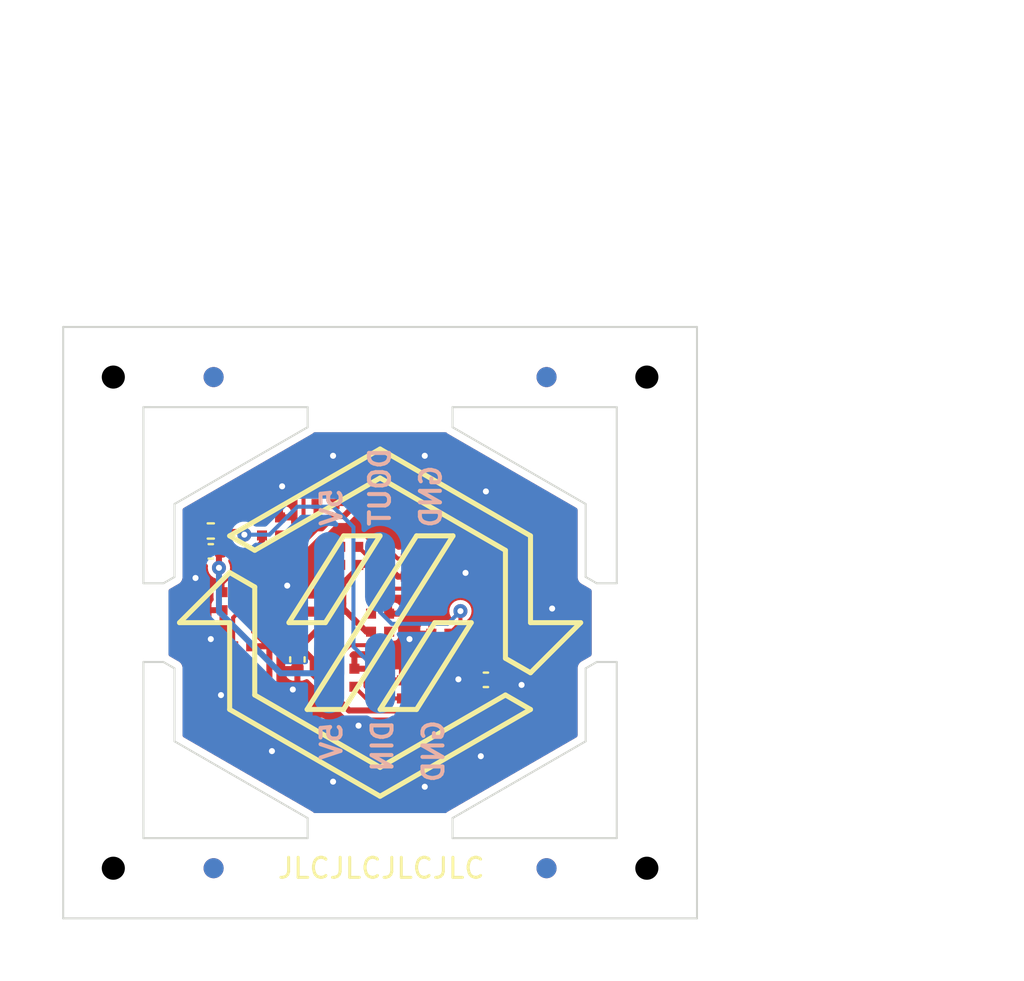
<source format=kicad_pcb>
(kicad_pcb (version 20240108) (generator "pcbnew") (generator_version "8.0")
  (title_block (title "SC Barf") (date "2024-10-02") (rev "0") (company "N3MI"))
  (layers (0 "F.Cu" signal) (31 "B.Cu" signal) (34 "B.Paste" user) (35 "F.Paste" user) (36 "B.SilkS" user "B.Silkscreen") (37 "F.SilkS" user "F.Silkscreen") (38 "B.Mask" user) (39 "F.Mask" user) (44 "Edge.Cuts" user))
  (net 0 "")
  (net 1 "Board_0-+5V")
  (net 2 "Board_0-DIN")
  (net 3 "Board_0-DOUT")
  (net 4 "Board_0-GND")
  (net 5 "Board_0-Net-(D1-DIN)")
  (net 6 "Board_0-Net-(D1-DOUT)")
  (net 7 "Board_0-Net-(D10-DIN)")
  (net 8 "Board_0-Net-(D10-DOUT)")
  (net 9 "Board_0-Net-(D11-DOUT)")
  (net 10 "Board_0-Net-(D12-DOUT)")
  (net 11 "Board_0-Net-(D13-DOUT)")
  (net 12 "Board_0-Net-(D14-DOUT)")
  (net 13 "Board_0-Net-(D15-DOUT)")
  (net 14 "Board_0-Net-(D16-DOUT)")
  (net 15 "Board_0-Net-(D17-DOUT)")
  (net 16 "Board_0-Net-(D18-DOUT)")
  (net 17 "Board_0-Net-(D19-DOUT)")
  (net 18 "Board_0-Net-(D2-DOUT)")
  (net 19 "Board_0-Net-(D20-DOUT)")
  (net 20 "Board_0-Net-(D3-DOUT)")
  (net 21 "Board_0-Net-(D4-DOUT)")
  (net 22 "Board_0-Net-(D5-DOUT)")
  (net 23 "Board_0-Net-(D6-DOUT)")
  (net 24 "Board_0-Net-(D7-DOUT)")
  (net 25 "Board_0-Net-(D8-DOUT)")
  (footprint "SK6805-EC15:SK6805-EC15" (layer "F.Cu") (at 154.46875 30.257493 -90)
    (property "Reference" "D5" (hide yes))
    (property "Value" "SK6805-EC15")
    (pad "1" smd rect (at -0.45 0.45) (size 0.5 0.5) (layers "F.Cu" "F.Paste" "F.Mask") (net 21 "Board_0-Net-(D4-DOUT)"))
    (pad "2" smd rect (at 0.45 0.45) (size 0.5 0.5) (layers "F.Cu" "F.Paste" "F.Mask") (net 1 "Board_0-+5V"))
    (pad "3" smd rect (at 0.45 -0.45) (size 0.5 0.5) (layers "F.Cu" "F.Paste" "F.Mask") (net 22 "Board_0-Net-(D5-DOUT)"))
    (pad "4" smd rect (at -0.45 -0.45) (size 0.5 0.5) (layers "F.Cu" "F.Paste" "F.Mask") (net 4 "Board_0-GND"))
  )
  (footprint "Capacitor_SMD:C_0402_1005Metric" (layer "F.Cu") (at 140.06 31.194)
    (property "Reference" "C1" (hide yes))
    (property "Value" "100nF")
    (fp_line (start -0.107836 -0.36) (end 0.107836 -0.36) (stroke (width 0.12)) (layer "F.SilkS"))
    (fp_line (start -0.107836 0.36) (end 0.107836 0.36) (stroke (width 0.12)) (layer "F.SilkS"))
    (pad "1" smd roundrect (at -0.48 0) (size 0.56 0.62) (layers "F.Cu" "F.Paste" "F.Mask") (net 4 "Board_0-GND"))
    (pad "2" smd roundrect (at 0.48 0) (size 0.56 0.62) (layers "F.Cu" "F.Paste" "F.Mask") (net 1 "Board_0-+5V"))
  )
  (footprint "NPTH" (layer "F.Cu") (at 161.8 47)
    (property "Reference" "KiKit_TO_4" (hide yes))
    (property "Value" "NPTH" (hide yes))
    (pad "" np_thru_hole circle (at 0 0) (size 1.152 1.152) (drill 1.152) (layers "*.Mask"))
  )
  (footprint "SK6805-EC15:SK6805-EC15" (layer "F.Cu") (at 145.375 40.884347 90)
    (property "Reference" "D11" (hide yes))
    (property "Value" "SK6805-EC15")
    (pad "1" smd rect (at -0.45 0.45 180) (size 0.5 0.5) (layers "F.Cu" "F.Paste" "F.Mask") (net 8 "Board_0-Net-(D10-DOUT)"))
    (pad "2" smd rect (at 0.45 0.45 180) (size 0.5 0.5) (layers "F.Cu" "F.Paste" "F.Mask") (net 1 "Board_0-+5V"))
    (pad "3" smd rect (at 0.45 -0.45 180) (size 0.5 0.5) (layers "F.Cu" "F.Paste" "F.Mask") (net 9 "Board_0-Net-(D11-DOUT)"))
    (pad "4" smd rect (at -0.45 -0.45 180) (size 0.5 0.5) (layers "F.Cu" "F.Paste" "F.Mask") (net 4 "Board_0-GND"))
  )
  (footprint "SK6805-EC15:SK6805-EC15" (layer "F.Cu") (at 141.09375 33.680422 90)
    (property "Reference" "D14" (hide yes))
    (property "Value" "SK6805-EC15")
    (pad "1" smd rect (at -0.45 0.45 180) (size 0.5 0.5) (layers "F.Cu" "F.Paste" "F.Mask") (net 11 "Board_0-Net-(D13-DOUT)"))
    (pad "2" smd rect (at 0.45 0.45 180) (size 0.5 0.5) (layers "F.Cu" "F.Paste" "F.Mask") (net 1 "Board_0-+5V"))
    (pad "3" smd rect (at 0.45 -0.45 180) (size 0.5 0.5) (layers "F.Cu" "F.Paste" "F.Mask") (net 12 "Board_0-Net-(D14-DOUT)"))
    (pad "4" smd rect (at -0.45 -0.45 180) (size 0.5 0.5) (layers "F.Cu" "F.Paste" "F.Mask") (net 4 "Board_0-GND"))
  )
  (footprint "Capacitor_SMD:C_0402_1005Metric" (layer "F.Cu") (at 144.378 36.586 90)
    (property "Reference" "C3" (hide yes))
    (property "Value" "100nF")
    (fp_line (start -0.107836 -0.36) (end 0.107836 -0.36) (stroke (width 0.12)) (layer "F.SilkS"))
    (fp_line (start -0.107836 0.36) (end 0.107836 0.36) (stroke (width 0.12)) (layer "F.SilkS"))
    (pad "1" smd roundrect (at -0.48 0 90) (size 0.56 0.62) (layers "F.Cu" "F.Paste" "F.Mask") (net 4 "Board_0-GND"))
    (pad "2" smd roundrect (at 0.48 0 90) (size 0.56 0.62) (layers "F.Cu" "F.Paste" "F.Mask") (net 1 "Board_0-+5V"))
  )
  (footprint "NPTH" (layer "F.Cu") (at 161.8 22.5)
    (property "Reference" "KiKit_TO_2" (hide yes))
    (property "Value" "NPTH" (hide yes))
    (pad "" np_thru_hole circle (at 0 0) (size 1.152 1.152) (drill 1.152) (layers "*.Mask"))
  )
  (footprint "SK6805-EC15:SK6805-EC15" (layer "F.Cu") (at 148.5 26.811434 -90)
    (property "Reference" "D3" (hide yes))
    (property "Value" "SK6805-EC15")
    (pad "1" smd rect (at -0.45 0.45) (size 0.5 0.5) (layers "F.Cu" "F.Paste" "F.Mask") (net 18 "Board_0-Net-(D2-DOUT)"))
    (pad "2" smd rect (at 0.45 0.45) (size 0.5 0.5) (layers "F.Cu" "F.Paste" "F.Mask") (net 1 "Board_0-+5V"))
    (pad "3" smd rect (at 0.45 -0.45) (size 0.5 0.5) (layers "F.Cu" "F.Paste" "F.Mask") (net 20 "Board_0-Net-(D3-DOUT)"))
    (pad "4" smd rect (at -0.45 -0.45) (size 0.5 0.5) (layers "F.Cu" "F.Paste" "F.Mask") (net 4 "Board_0-GND"))
  )
  (footprint "SK6805-EC15:SK6805-EC15" (layer "F.Cu") (at 155.375 33.119726 -90)
    (property "Reference" "D6" (hide yes))
    (property "Value" "SK6805-EC15")
    (pad "1" smd rect (at -0.45 0.45) (size 0.5 0.5) (layers "F.Cu" "F.Paste" "F.Mask") (net 22 "Board_0-Net-(D5-DOUT)"))
    (pad "2" smd rect (at 0.45 0.45) (size 0.5 0.5) (layers "F.Cu" "F.Paste" "F.Mask") (net 1 "Board_0-+5V"))
    (pad "3" smd rect (at 0.45 -0.45) (size 0.5 0.5) (layers "F.Cu" "F.Paste" "F.Mask") (net 23 "Board_0-Net-(D6-DOUT)"))
    (pad "4" smd rect (at -0.45 -0.45) (size 0.5 0.5) (layers "F.Cu" "F.Paste" "F.Mask") (net 4 "Board_0-GND"))
  )
  (footprint "SK6805-EC15:SK6805-EC15" (layer "F.Cu") (at 151.506527 35.75)
    (property "Reference" "D21" (hide yes))
    (property "Value" "SK6805-EC15")
    (pad "1" smd rect (at -0.45 0.45 90) (size 0.5 0.5) (layers "F.Cu" "F.Paste" "F.Mask") (net 19 "Board_0-Net-(D20-DOUT)"))
    (pad "2" smd rect (at 0.45 0.45 90) (size 0.5 0.5) (layers "F.Cu" "F.Paste" "F.Mask") (net 1 "Board_0-+5V"))
    (pad "3" smd rect (at 0.45 -0.45 90) (size 0.5 0.5) (layers "F.Cu" "F.Paste" "F.Mask") (net 3 "Board_0-DOUT"))
    (pad "4" smd rect (at -0.45 -0.45 90) (size 0.5 0.5) (layers "F.Cu" "F.Paste" "F.Mask") (net 4 "Board_0-GND"))
  )
  (footprint "SK6805-EC15:SK6805-EC15" (layer "F.Cu") (at 150.038928 38.080127)
    (property "Reference" "D20" (hide yes))
    (property "Value" "SK6805-EC15")
    (pad "1" smd rect (at -0.45 0.45 90) (size 0.5 0.5) (layers "F.Cu" "F.Paste" "F.Mask") (net 17 "Board_0-Net-(D19-DOUT)"))
    (pad "2" smd rect (at 0.45 0.45 90) (size 0.5 0.5) (layers "F.Cu" "F.Paste" "F.Mask") (net 1 "Board_0-+5V"))
    (pad "3" smd rect (at 0.45 -0.45 90) (size 0.5 0.5) (layers "F.Cu" "F.Paste" "F.Mask") (net 19 "Board_0-Net-(D20-DOUT)"))
    (pad "4" smd rect (at -0.45 -0.45 90) (size 0.5 0.5) (layers "F.Cu" "F.Paste" "F.Mask") (net 4 "Board_0-GND"))
  )
  (footprint "Fiducial" (layer "F.Cu") (at 156.8 22.5)
    (property "Reference" "KiKit_FID_T_2" (hide yes))
    (property "Value" "Fiducial" (hide yes))
    (pad "" smd circle (at 0 0) (size 1 1) (layers "F.Cu" "F.Mask") (clearance 0.5))
  )
  (footprint "NPTH" (layer "F.Cu") (at 135.2 22.5)
    (property "Reference" "KiKit_TO_1" (hide yes))
    (property "Value" "NPTH" (hide yes))
    (pad "" np_thru_hole circle (at 0 0) (size 1.152 1.152) (drill 1.152) (layers "*.Mask"))
  )
  (footprint "SK6805-EC15:SK6805-EC15" (layer "F.Cu") (at 145.78125 28.381105 -90)
    (property "Reference" "D2" (hide yes))
    (property "Value" "SK6805-EC15")
    (pad "1" smd rect (at -0.45 0.45) (size 0.5 0.5) (layers "F.Cu" "F.Paste" "F.Mask") (net 6 "Board_0-Net-(D1-DOUT)"))
    (pad "2" smd rect (at 0.45 0.45) (size 0.5 0.5) (layers "F.Cu" "F.Paste" "F.Mask") (net 1 "Board_0-+5V"))
    (pad "3" smd rect (at 0.45 -0.45) (size 0.5 0.5) (layers "F.Cu" "F.Paste" "F.Mask") (net 18 "Board_0-Net-(D2-DOUT)"))
    (pad "4" smd rect (at -0.45 -0.45) (size 0.5 0.5) (layers "F.Cu" "F.Paste" "F.Mask") (net 4 "Board_0-GND"))
  )
  (footprint "SK6805-EC15:SK6805-EC15" (layer "F.Cu") (at 143.0625 29.950776 -90)
    (property "Reference" "D1" (hide yes))
    (property "Value" "SK6805-EC15")
    (pad "1" smd rect (at -0.45 0.45) (size 0.5 0.5) (layers "F.Cu" "F.Paste" "F.Mask") (net 5 "Board_0-Net-(D1-DIN)"))
    (pad "2" smd rect (at 0.45 0.45) (size 0.5 0.5) (layers "F.Cu" "F.Paste" "F.Mask") (net 1 "Board_0-+5V"))
    (pad "3" smd rect (at 0.45 -0.45) (size 0.5 0.5) (layers "F.Cu" "F.Paste" "F.Mask") (net 6 "Board_0-Net-(D1-DOUT)"))
    (pad "4" smd rect (at -0.45 -0.45) (size 0.5 0.5) (layers "F.Cu" "F.Paste" "F.Mask") (net 4 "Board_0-GND"))
  )
  (footprint "SK6805-EC15:SK6805-EC15" (layer "F.Cu") (at 153.9375 39.549224 90)
    (property "Reference" "D8" (hide yes))
    (property "Value" "SK6805-EC15")
    (pad "1" smd rect (at -0.45 0.45 180) (size 0.5 0.5) (layers "F.Cu" "F.Paste" "F.Mask") (net 24 "Board_0-Net-(D7-DOUT)"))
    (pad "2" smd rect (at 0.45 0.45 180) (size 0.5 0.5) (layers "F.Cu" "F.Paste" "F.Mask") (net 1 "Board_0-+5V"))
    (pad "3" smd rect (at 0.45 -0.45 180) (size 0.5 0.5) (layers "F.Cu" "F.Paste" "F.Mask") (net 25 "Board_0-Net-(D8-DOUT)"))
    (pad "4" smd rect (at -0.45 -0.45 180) (size 0.5 0.5) (layers "F.Cu" "F.Paste" "F.Mask") (net 4 "Board_0-GND"))
  )
  (footprint "SK6805-EC15:SK6805-EC15" (layer "F.Cu") (at 151.625 28.615653 -90)
    (property "Reference" "D4" (hide yes))
    (property "Value" "SK6805-EC15")
    (pad "1" smd rect (at -0.45 0.45) (size 0.5 0.5) (layers "F.Cu" "F.Paste" "F.Mask") (net 20 "Board_0-Net-(D3-DOUT)"))
    (pad "2" smd rect (at 0.45 0.45) (size 0.5 0.5) (layers "F.Cu" "F.Paste" "F.Mask") (net 1 "Board_0-+5V"))
    (pad "3" smd rect (at 0.45 -0.45) (size 0.5 0.5) (layers "F.Cu" "F.Paste" "F.Mask") (net 21 "Board_0-Net-(D4-DOUT)"))
    (pad "4" smd rect (at -0.45 -0.45) (size 0.5 0.5) (layers "F.Cu" "F.Paste" "F.Mask") (net 4 "Board_0-GND"))
  )
  (footprint "SK6805-EC15:SK6805-EC15" (layer "F.Cu") (at 145.493473 33.75)
    (property "Reference" "D15" (hide yes))
    (property "Value" "SK6805-EC15")
    (pad "1" smd rect (at -0.45 0.45 90) (size 0.5 0.5) (layers "F.Cu" "F.Paste" "F.Mask") (net 12 "Board_0-Net-(D14-DOUT)"))
    (pad "2" smd rect (at 0.45 0.45 90) (size 0.5 0.5) (layers "F.Cu" "F.Paste" "F.Mask") (net 1 "Board_0-+5V"))
    (pad "3" smd rect (at 0.45 -0.45 90) (size 0.5 0.5) (layers "F.Cu" "F.Paste" "F.Mask") (net 13 "Board_0-Net-(D15-DOUT)"))
    (pad "4" smd rect (at -0.45 -0.45 90) (size 0.5 0.5) (layers "F.Cu" "F.Paste" "F.Mask") (net 4 "Board_0-GND"))
  )
  (footprint "SK6805-EC15:SK6805-EC15" (layer "F.Cu") (at 141.625 36.380274 90)
    (property "Reference" "D13" (hide yes))
    (property "Value" "SK6805-EC15")
    (pad "1" smd rect (at -0.45 0.45 180) (size 0.5 0.5) (layers "F.Cu" "F.Paste" "F.Mask") (net 10 "Board_0-Net-(D12-DOUT)"))
    (pad "2" smd rect (at 0.45 0.45 180) (size 0.5 0.5) (layers "F.Cu" "F.Paste" "F.Mask") (net 1 "Board_0-+5V"))
    (pad "3" smd rect (at 0.45 -0.45 180) (size 0.5 0.5) (layers "F.Cu" "F.Paste" "F.Mask") (net 11 "Board_0-Net-(D13-DOUT)"))
    (pad "4" smd rect (at -0.45 -0.45 180) (size 0.5 0.5) (layers "F.Cu" "F.Paste" "F.Mask") (net 4 "Board_0-GND"))
  )
  (footprint "Capacitor_SMD:C_0402_1005Metric" (layer "F.Cu") (at 153.776 37.602)
    (property "Reference" "C2" (hide yes))
    (property "Value" "100nF")
    (fp_line (start -0.107836 -0.36) (end 0.107836 -0.36) (stroke (width 0.12)) (layer "F.SilkS"))
    (fp_line (start -0.107836 0.36) (end 0.107836 0.36) (stroke (width 0.12)) (layer "F.SilkS"))
    (pad "1" smd roundrect (at -0.48 0) (size 0.56 0.62) (layers "F.Cu" "F.Paste" "F.Mask") (net 4 "Board_0-GND"))
    (pad "2" smd roundrect (at 0.48 0) (size 0.56 0.62) (layers "F.Cu" "F.Paste" "F.Mask") (net 1 "Board_0-+5V"))
  )
  (footprint "SK6805-EC15:SK6805-EC15" (layer "F.Cu") (at 146.961072 31.419873)
    (property "Reference" "D16" (hide yes))
    (property "Value" "SK6805-EC15")
    (pad "1" smd rect (at -0.45 0.45 90) (size 0.5 0.5) (layers "F.Cu" "F.Paste" "F.Mask") (net 13 "Board_0-Net-(D15-DOUT)"))
    (pad "2" smd rect (at 0.45 0.45 90) (size 0.5 0.5) (layers "F.Cu" "F.Paste" "F.Mask") (net 1 "Board_0-+5V"))
    (pad "3" smd rect (at 0.45 -0.45 90) (size 0.5 0.5) (layers "F.Cu" "F.Paste" "F.Mask") (net 14 "Board_0-Net-(D16-DOUT)"))
    (pad "4" smd rect (at -0.45 -0.45 90) (size 0.5 0.5) (layers "F.Cu" "F.Paste" "F.Mask") (net 4 "Board_0-GND"))
  )
  (footprint "Fiducial" (layer "F.Cu") (at 140.2 22.5)
    (property "Reference" "KiKit_FID_T_1" (hide yes))
    (property "Value" "Fiducial" (hide yes))
    (pad "" smd circle (at 0 0) (size 1 1) (layers "F.Cu" "F.Mask") (clearance 0.5))
  )
  (footprint "SK6805-EC15:SK6805-EC15" (layer "F.Cu") (at 142.53125 39.242507 90)
    (property "Reference" "D12" (hide yes))
    (property "Value" "SK6805-EC15")
    (pad "1" smd rect (at -0.45 0.45 180) (size 0.5 0.5) (layers "F.Cu" "F.Paste" "F.Mask") (net 9 "Board_0-Net-(D11-DOUT)"))
    (pad "2" smd rect (at 0.45 0.45 180) (size 0.5 0.5) (layers "F.Cu" "F.Paste" "F.Mask") (net 1 "Board_0-+5V"))
    (pad "3" smd rect (at 0.45 -0.45 180) (size 0.5 0.5) (layers "F.Cu" "F.Paste" "F.Mask") (net 10 "Board_0-Net-(D12-DOUT)"))
    (pad "4" smd rect (at -0.45 -0.45 180) (size 0.5 0.5) (layers "F.Cu" "F.Paste" "F.Mask") (net 4 "Board_0-GND"))
  )
  (footprint "SK6805-EC15:SK6805-EC15" (layer "F.Cu") (at 155.90625 35.819578 -90)
    (property "Reference" "D7" (hide yes))
    (property "Value" "SK6805-EC15")
    (pad "1" smd rect (at -0.45 0.45) (size 0.5 0.5) (layers "F.Cu" "F.Paste" "F.Mask") (net 23 "Board_0-Net-(D6-DOUT)"))
    (pad "2" smd rect (at 0.45 0.45) (size 0.5 0.5) (layers "F.Cu" "F.Paste" "F.Mask") (net 1 "Board_0-+5V"))
    (pad "3" smd rect (at 0.45 -0.45) (size 0.5 0.5) (layers "F.Cu" "F.Paste" "F.Mask") (net 24 "Board_0-Net-(D7-DOUT)"))
    (pad "4" smd rect (at -0.45 -0.45) (size 0.5 0.5) (layers "F.Cu" "F.Paste" "F.Mask") (net 4 "Board_0-GND"))
  )
  (footprint "SK6805-EC15:SK6805-EC15" (layer "F.Cu") (at 148.5 34.75 -90)
    (property "Reference" "D18" (hide yes))
    (property "Value" "SK6805-EC15")
    (pad "1" smd rect (at -0.45 0.45) (size 0.5 0.5) (layers "F.Cu" "F.Paste" "F.Mask") (net 15 "Board_0-Net-(D17-DOUT)"))
    (pad "2" smd rect (at 0.45 0.45) (size 0.5 0.5) (layers "F.Cu" "F.Paste" "F.Mask") (net 1 "Board_0-+5V"))
    (pad "3" smd rect (at 0.45 -0.45) (size 0.5 0.5) (layers "F.Cu" "F.Paste" "F.Mask") (net 16 "Board_0-Net-(D18-DOUT)"))
    (pad "4" smd rect (at -0.45 -0.45) (size 0.5 0.5) (layers "F.Cu" "F.Paste" "F.Mask") (net 4 "Board_0-GND"))
  )
  (footprint "Fiducial" (layer "F.Cu") (at 156.8 47)
    (property "Reference" "KiKit_FID_T_4" (hide yes))
    (property "Value" "Fiducial" (hide yes))
    (pad "" smd circle (at 0 0) (size 1 1) (layers "F.Cu" "F.Mask") (clearance 0.5))
  )
  (footprint "Fiducial" (layer "F.Cu") (at 140.2 47)
    (property "Reference" "KiKit_FID_T_3" (hide yes))
    (property "Value" "Fiducial" (hide yes))
    (pad "" smd circle (at 0 0) (size 1 1) (layers "F.Cu" "F.Mask") (clearance 0.5))
  )
  (footprint "NPTH" (layer "F.Cu") (at 135.2 47)
    (property "Reference" "KiKit_TO_3" (hide yes))
    (property "Value" "NPTH" (hide yes))
    (pad "" np_thru_hole circle (at 0 0) (size 1.152 1.152) (drill 1.152) (layers "*.Mask"))
  )
  (footprint "SK6805-EC15:SK6805-EC15" (layer "F.Cu") (at 151.21875 41.118895 90)
    (property "Reference" "D9" (hide yes))
    (property "Value" "SK6805-EC15")
    (pad "1" smd rect (at -0.45 0.45 180) (size 0.5 0.5) (layers "F.Cu" "F.Paste" "F.Mask") (net 25 "Board_0-Net-(D8-DOUT)"))
    (pad "2" smd rect (at 0.45 0.45 180) (size 0.5 0.5) (layers "F.Cu" "F.Paste" "F.Mask") (net 1 "Board_0-+5V"))
    (pad "3" smd rect (at 0.45 -0.45 180) (size 0.5 0.5) (layers "F.Cu" "F.Paste" "F.Mask") (net 7 "Board_0-Net-(D10-DIN)"))
    (pad "4" smd rect (at -0.45 -0.45 180) (size 0.5 0.5) (layers "F.Cu" "F.Paste" "F.Mask") (net 4 "Board_0-GND"))
  )
  (footprint "SK6805-EC15:SK6805-EC15" (layer "F.Cu") (at 150.230536 32.002405 -90)
    (property "Reference" "D17" (hide yes))
    (property "Value" "SK6805-EC15")
    (pad "1" smd rect (at -0.45 0.45) (size 0.5 0.5) (layers "F.Cu" "F.Paste" "F.Mask") (net 14 "Board_0-Net-(D16-DOUT)"))
    (pad "2" smd rect (at 0.45 0.45) (size 0.5 0.5) (layers "F.Cu" "F.Paste" "F.Mask") (net 1 "Board_0-+5V"))
    (pad "3" smd rect (at 0.45 -0.45) (size 0.5 0.5) (layers "F.Cu" "F.Paste" "F.Mask") (net 15 "Board_0-Net-(D17-DOUT)"))
    (pad "4" smd rect (at -0.45 -0.45) (size 0.5 0.5) (layers "F.Cu" "F.Paste" "F.Mask") (net 4 "Board_0-GND"))
  )
  (footprint "SK6805-EC15:SK6805-EC15" (layer "F.Cu") (at 148.5 42.688566 90)
    (property "Reference" "D10" (hide yes))
    (property "Value" "SK6805-EC15")
    (pad "1" smd rect (at -0.45 0.45 180) (size 0.5 0.5) (layers "F.Cu" "F.Paste" "F.Mask") (net 7 "Board_0-Net-(D10-DIN)"))
    (pad "2" smd rect (at 0.45 0.45 180) (size 0.5 0.5) (layers "F.Cu" "F.Paste" "F.Mask") (net 1 "Board_0-+5V"))
    (pad "3" smd rect (at 0.45 -0.45 180) (size 0.5 0.5) (layers "F.Cu" "F.Paste" "F.Mask") (net 8 "Board_0-Net-(D10-DOUT)"))
    (pad "4" smd rect (at -0.45 -0.45 180) (size 0.5 0.5) (layers "F.Cu" "F.Paste" "F.Mask") (net 4 "Board_0-GND"))
  )
  (footprint "Resistor_SMD:R_0402_1005Metric" (layer "F.Cu") (at 140.06 30.178 180)
    (property "Reference" "R1" (hide yes))
    (property "Value" "470R")
    (fp_line (start -0.153641 0.38) (end 0.153641 0.38) (stroke (width 0.12)) (layer "F.SilkS"))
    (fp_line (start -0.153641 -0.38) (end 0.153641 -0.38) (stroke (width 0.12)) (layer "F.SilkS"))
    (pad "1" smd roundrect (at -0.51 0 180) (size 0.54 0.64) (layers "F.Cu" "F.Paste" "F.Mask") (net 2 "Board_0-DIN"))
    (pad "2" smd roundrect (at 0.51 0 180) (size 0.54 0.64) (layers "F.Cu" "F.Paste" "F.Mask") (net 5 "Board_0-Net-(D1-DIN)"))
  )
  (footprint "SK6805-EC15:SK6805-EC15" (layer "F.Cu") (at 146.769464 37.497595 -90)
    (property "Reference" "D19" (hide yes))
    (property "Value" "SK6805-EC15")
    (pad "1" smd rect (at -0.45 0.45) (size 0.5 0.5) (layers "F.Cu" "F.Paste" "F.Mask") (net 16 "Board_0-Net-(D18-DOUT)"))
    (pad "2" smd rect (at 0.45 0.45) (size 0.5 0.5) (layers "F.Cu" "F.Paste" "F.Mask") (net 1 "Board_0-+5V"))
    (pad "3" smd rect (at 0.45 -0.45) (size 0.5 0.5) (layers "F.Cu" "F.Paste" "F.Mask") (net 17 "Board_0-Net-(D19-DOUT)"))
    (pad "4" smd rect (at -0.45 -0.45) (size 0.5 0.5) (layers "F.Cu" "F.Paste" "F.Mask") (net 4 "Board_0-GND"))
  )
  (footprint "Fiducial" (layer "B.Cu") (at 140.2 22.5)
    (property "Reference" "KiKit_FID_B_1" (hide yes))
    (property "Value" "Fiducial" (hide yes))
    (pad "" smd circle (at 0 0) (size 1 1) (layers "B.Cu" "B.Mask") (clearance 0.5))
  )
  (footprint "Connector_PinHeader_2.54mm:PinHeader_2x03_P2.54mm_Vertical_SMD" (layer "B.Cu") (at 148.5 34.75 -90)
    (property "Reference" "J1" (hide yes))
    (property "Value" "Conn_02x03_Counter_Clockwise")
    (pad "1" smd roundrect (at -2.525 2.54 270) (size 4 1.5) (layers "B.Cu" "B.Paste" "B.Mask") (roundrect_rratio 0.5) (net 1 "Board_0-+5V"))
    (pad "2" smd roundrect (at -2.525 0 270) (size 4 1.5) (layers "B.Cu" "B.Paste" "B.Mask") (roundrect_rratio 0.5) (net 3 "Board_0-DOUT"))
    (pad "3" smd roundrect (at -2.525 -2.54 270) (size 4 1.5) (layers "B.Cu" "B.Paste" "B.Mask") (roundrect_rratio 0.5) (net 4 "Board_0-GND"))
    (pad "4" smd roundrect (at 2.525 -2.54 270) (size 4 1.5) (layers "B.Cu" "B.Paste" "B.Mask") (roundrect_rratio 0.5) (net 4 "Board_0-GND"))
    (pad "5" smd roundrect (at 2.525 0 270) (size 4 1.5) (layers "B.Cu" "B.Paste" "B.Mask") (roundrect_rratio 0.5) (net 2 "Board_0-DIN"))
    (pad "6" smd roundrect (at 2.525 2.54 270) (size 4 1.5) (layers "B.Cu" "B.Paste" "B.Mask") (roundrect_rratio 0.5) (net 1 "Board_0-+5V"))
  )
  (footprint "Fiducial" (layer "B.Cu") (at 156.8 47)
    (property "Reference" "KiKit_FID_B_4" (hide yes))
    (property "Value" "Fiducial" (hide yes))
    (pad "" smd circle (at 0 0) (size 1 1) (layers "B.Cu" "B.Mask") (clearance 0.5))
  )
  (footprint "Fiducial" (layer "B.Cu") (at 140.2 47)
    (property "Reference" "KiKit_FID_B_3" (hide yes))
    (property "Value" "Fiducial" (hide yes))
    (pad "" smd circle (at 0 0) (size 1 1) (layers "B.Cu" "B.Mask") (clearance 0.5))
  )
  (footprint "Fiducial" (layer "B.Cu") (at 156.8 22.5)
    (property "Reference" "KiKit_FID_B_2" (hide yes))
    (property "Value" "Fiducial" (hide yes))
    (pad "" smd circle (at 0 0) (size 1 1) (layers "B.Cu" "B.Mask") (clearance 0.5))
  )
  (gr_line (start 158.5 34.75) (end 156 37.25) (stroke (width 0.25)) (layer "F.SilkS"))
  (gr_line (start 150.318182 30.419873) (end 152.136364 30.419873) (stroke (width 0.25)) (layer "F.SilkS"))
  (gr_line (start 156 37.25) (end 154.75 36.528312) (stroke (width 0.25)) (layer "F.SilkS"))
  (gr_line (start 148.5 43.410254) (end 141 39.080127) (stroke (width 0.25)) (layer "F.SilkS"))
  (gr_line (start 148.5 27.533122) (end 142.25 31.141561) (stroke (width 0.25)) (layer "F.SilkS"))
  (gr_line (start 138.5 34.75) (end 141 32.25) (stroke (width 0.25)) (layer "F.SilkS"))
  (gr_line (start 156 30.419873) (end 156 34.75) (stroke (width 0.25)) (layer "F.SilkS"))
  (gr_line (start 142.25 32.971688) (end 142.25 38.358439) (stroke (width 0.25)) (layer "F.SilkS"))
  (gr_line (start 144.863636 39.080127) (end 150.318182 30.419873) (stroke (width 0.25)) (layer "F.SilkS"))
  (gr_line (start 153.045455 34.75) (end 151.227273 34.75) (stroke (width 0.25)) (layer "F.SilkS"))
  (gr_line (start 141 32.25) (end 142.25 32.971688) (stroke (width 0.25)) (layer "F.SilkS"))
  (gr_line (start 154.75 31.141561) (end 148.5 27.533122) (stroke (width 0.25)) (layer "F.SilkS"))
  (gr_line (start 156 34.75) (end 158.5 34.75) (stroke (width 0.25)) (layer "F.SilkS"))
  (gr_line (start 152.136364 30.419873) (end 146.681818 39.080127) (stroke (width 0.25)) (layer "F.SilkS"))
  (gr_line (start 154.75 36.528312) (end 154.75 31.141561) (stroke (width 0.25)) (layer "F.SilkS"))
  (gr_line (start 143.954545 34.75) (end 145.772727 34.75) (stroke (width 0.25)) (layer "F.SilkS"))
  (gr_line (start 142.25 38.358439) (end 148.5 41.966878) (stroke (width 0.25)) (layer "F.SilkS"))
  (gr_line (start 142.25 31.141561) (end 141 30.419873) (stroke (width 0.25)) (layer "F.SilkS"))
  (gr_line (start 146.681818 30.419873) (end 143.954545 34.75) (stroke (width 0.25)) (layer "F.SilkS"))
  (gr_line (start 141 30.419873) (end 148.5 26.089746) (stroke (width 0.25)) (layer "F.SilkS"))
  (gr_line (start 156 39.080127) (end 148.5 43.410254) (stroke (width 0.25)) (layer "F.SilkS"))
  (gr_line (start 141 39.080127) (end 141 34.75) (stroke (width 0.25)) (layer "F.SilkS"))
  (gr_line (start 150.318182 39.080127) (end 153.045455 34.75) (stroke (width 0.25)) (layer "F.SilkS"))
  (gr_line (start 151.227273 34.75) (end 148.5 39.080127) (stroke (width 0.25)) (layer "F.SilkS"))
  (gr_line (start 148.5 39.080127) (end 150.318182 39.080127) (stroke (width 0.25)) (layer "F.SilkS"))
  (gr_line (start 146.681818 39.080127) (end 144.863636 39.080127) (stroke (width 0.25)) (layer "F.SilkS"))
  (gr_line (start 148.5 26.089746) (end 156 30.419873) (stroke (width 0.25)) (layer "F.SilkS"))
  (gr_line (start 148.5 30.419873) (end 146.681818 30.419873) (stroke (width 0.25)) (layer "F.SilkS"))
  (gr_line (start 145.772727 34.75) (end 148.5 30.419873) (stroke (width 0.25)) (layer "F.SilkS"))
  (gr_line (start 141 34.75) (end 138.5 34.75) (stroke (width 0.25)) (layer "F.SilkS"))
  (gr_line (start 148.5 41.966878) (end 154.75 38.358439) (stroke (width 0.25)) (layer "F.SilkS"))
  (gr_line (start 154.75 38.358439) (end 156 39.080127) (stroke (width 0.25)) (layer "F.SilkS"))
  (gr_line (start 137.7 32.787009) (end 136.7 32.787009) (stroke (width 0.1)) (layer "Edge.Cuts"))
  (gr_line (start 159.3 36.712991) (end 160.3 36.712991) (stroke (width 0.1)) (layer "Edge.Cuts"))
  (gr_line (start 144.887495 45.5) (end 136.7 45.5) (stroke (width 0.1)) (layer "Edge.Cuts"))
  (gr_line (start 160.3 45.5) (end 152.112505 45.5) (stroke (width 0.1)) (layer "Edge.Cuts"))
  (gr_line (start 158.75 32.469466) (end 158.75 28.83216) (stroke (width 0.1)) (layer "Edge.Cuts"))
  (gr_line (start 132.7 20) (end 132.7 49.5) (stroke (width 0.1)) (layer "Edge.Cuts"))
  (gr_line (start 152.112505 24.0005) (end 160.3 24.0005) (stroke (width 0.1)) (layer "Edge.Cuts"))
  (gr_line (start 138.25 40.66784) (end 144.887495 44.5) (stroke (width 0.1)) (layer "Edge.Cuts"))
  (gr_line (start 144.887495 24.0005) (end 144.887495 25) (stroke (width 0.1)) (layer "Edge.Cuts"))
  (gr_line (start 144.887495 25) (end 138.25 28.83216) (stroke (width 0.1)) (layer "Edge.Cuts"))
  (gr_line (start 136.7 36.712991) (end 137.7 36.712991) (stroke (width 0.1)) (layer "Edge.Cuts"))
  (gr_line (start 144.887495 44.5) (end 144.887495 45.5) (stroke (width 0.1)) (layer "Edge.Cuts"))
  (gr_line (start 136.7 24) (end 144.887495 24.0005) (stroke (width 0.1)) (layer "Edge.Cuts"))
  (gr_line (start 138.25 32.469466) (end 137.7 32.787009) (stroke (width 0.1)) (layer "Edge.Cuts"))
  (gr_line (start 158.75 40.66784) (end 158.75 37.030534) (stroke (width 0.1)) (layer "Edge.Cuts"))
  (gr_line (start 138.25 28.83216) (end 138.25 32.469466) (stroke (width 0.1)) (layer "Edge.Cuts"))
  (gr_line (start 152.112505 44.5) (end 158.75 40.66784) (stroke (width 0.1)) (layer "Edge.Cuts"))
  (gr_line (start 136.7 32.787009) (end 136.7 24.0005) (stroke (width 0.1)) (layer "Edge.Cuts"))
  (gr_line (start 158.75 37.030534) (end 159.3 36.712991) (stroke (width 0.1)) (layer "Edge.Cuts"))
  (gr_line (start 158.75 28.83216) (end 152.112505 25) (stroke (width 0.1)) (layer "Edge.Cuts"))
  (gr_line (start 132.7 49.5) (end 164.3 49.5) (stroke (width 0.1)) (layer "Edge.Cuts"))
  (gr_line (start 160.3 24.0005) (end 160.3 32.787009) (stroke (width 0.1)) (layer "Edge.Cuts"))
  (gr_line (start 152.112505 45.5) (end 152.112505 44.5) (stroke (width 0.1)) (layer "Edge.Cuts"))
  (gr_line (start 138.25 37.030534) (end 138.25 40.66784) (stroke (width 0.1)) (layer "Edge.Cuts"))
  (gr_line (start 137.7 36.712991) (end 138.25 37.030534) (stroke (width 0.1)) (layer "Edge.Cuts"))
  (gr_line (start 164.3 49.5) (end 164.3 20) (stroke (width 0.1)) (layer "Edge.Cuts"))
  (gr_line (start 159.3 32.787009) (end 158.75 32.469466) (stroke (width 0.1)) (layer "Edge.Cuts"))
  (gr_line (start 152.112505 25) (end 152.112505 24.0005) (stroke (width 0.1)) (layer "Edge.Cuts"))
  (gr_line (start 160.3 32.787009) (end 159.3 32.787009) (stroke (width 0.1)) (layer "Edge.Cuts"))
  (gr_line (start 164.3 20) (end 132.7 20) (stroke (width 0.1)) (layer "Edge.Cuts"))
  (gr_line (start 136.7 45.5) (end 136.7 36.712991) (stroke (width 0.1)) (layer "Edge.Cuts"))
  (gr_line (start 160.3 36.712991) (end 160.3 45.5) (stroke (width 0.1)) (layer "Edge.Cuts"))
  (gr_text "DOUT" (at 149.077 25.918 90) (layer "B.SilkS") (effects (font (size 1 1) (thickness 0.2) (bold yes)) (justify left bottom mirror)))
  (gr_text "5V" (at 146.664 27.95 90) (layer "B.SilkS") (effects (font (size 1 1) (thickness 0.2) (bold yes)) (justify left bottom mirror)))
  (gr_text "GND" (at 151.617 26.807 90) (layer "B.SilkS") (effects (font (size 1 1) (thickness 0.2) (bold yes)) (justify left bottom mirror)))
  (gr_text "5V" (at 146.664 39.634 90) (layer "B.SilkS") (effects (font (size 1 1) (thickness 0.2) (bold yes)) (justify left bottom mirror)))
  (gr_text "DIN" (at 149.204 39.507 90) (layer "B.SilkS") (effects (font (size 1 1) (thickness 0.2) (bold yes)) (justify left bottom mirror)))
  (gr_text "GND" (at 151.744 39.507 90) (layer "B.SilkS") (effects (font (size 1 1) (thickness 0.2) (bold yes)) (justify left bottom mirror)))
  (gr_text "JLCJLCJLCJLC" (at 153.8 47 0) (layer "F.SilkS") (effects (font (size 1 1)) (justify right)))
  (segment (start 154.002 38.364) (end 154.2052 38.364) (width 0.3) (layer "F.Cu") (net 1))
  (segment (start 148.276566 27.861434) (end 148.05 28.088) (width 0.3) (layer "F.Cu") (net 1))
  (segment (start 143.919556 38.792507) (end 142.98125 38.792507) (width 0.3) (layer "F.Cu") (net 1))
  (segment (start 142.09375 33.230422) (end 142.346 33.482672) (width 0.3) (layer "F.Cu") (net 1))
  (segment (start 148.849038 27.861434) (end 149.603257 28.615653) (width 0.3) (layer "F.Cu") (net 1))
  (segment (start 151.417829 40.068895) (end 150.293105 40.068895) (width 0.3) (layer "F.Cu") (net 1))
  (segment (start 142.180638 31.194) (end 142.6125 30.762138) (width 0.3) (layer "F.Cu") (net 1))
  (segment (start 148.95 41.387645) (end 147.835475 41.387645) (width 0.3) (layer "F.Cu") (net 1))
  (segment (start 151.088928 38.230127) (end 151.088928 37.666523) (width 0.3) (layer "F.Cu") (net 1))
  (segment (start 150.22 39.130127) (end 150.488928 38.861199) (width 0.3) (layer "F.Cu") (net 1))
  (segment (start 147.411072 31.869873) (end 148.805873 31.869873) (width 0.3) (layer "F.Cu") (net 1))
  (segment (start 146.319464 37.947595) (end 145.769464 37.947595) (width 0.3) (layer "F.Cu") (net 1))
  (segment (start 152.506 29.728) (end 153.485493 30.707493) (width 0.3) (layer "F.Cu") (net 1))
  (segment (start 142.525 35.930274) (end 142.075 35.930274) (width 0.3) (layer "F.Cu") (net 1))
  (segment (start 155.00625 36.269578) (end 155.45625 36.269578) (width 0.3) (layer "F.Cu") (net 1))
  (segment (start 151.66875 39.817974) (end 151.417829 40.068895) (width 0.3) (layer "F.Cu") (net 1))
  (segment (start 154.475 35.738328) (end 155.00625 36.269578) (width 0.3) (layer "F.Cu") (net 1))
  (segment (start 145.825 40.434347) (end 145.825 40.134347) (width 0.3) (layer "F.Cu") (net 1))
  (segment (start 150.788928 38.530127) (end 151.088928 38.230127) (width 0.3) (layer "F.Cu") (net 1))
  (segment (start 146.664 33.792) (end 146.664 32.776) (width 0.3) (layer "F.Cu") (net 1))
  (segment (start 145.943473 34.2) (end 146.51 34.2) (width 0.3) (layer "F.Cu") (net 1))
  (segment (start 144.961396 39.834347) (end 143.919556 38.792507) (width 0.3) (layer "F.Cu") (net 1))
  (segment (start 146.664 33.792) (end 146.664 34.046) (width 0.3) (layer "F.Cu") (net 1))
  (segment (start 142.346 33.482672) (end 142.797276 33.482672) (width 0.3) (layer "F.Cu") (net 1))
  (segment (start 154.256 37.602) (end 154.256 38.4148) (width 0.3) (layer "F.Cu") (net 1))
  (segment (start 153.122724 38.364) (end 151.66875 39.817974) (width 0.3) (layer "F.Cu") (net 1))
  (segment (start 148.05 27.561434) (end 148.35 27.861434) (width 0.3) (layer "F.Cu") (net 1))
  (segment (start 154.538 37.602) (end 154.256 37.602) (width 0.3) (layer "F.Cu") (net 1))
  (segment (start 154.002 38.364) (end 153.122724 38.364) (width 0.3) (layer "F.Cu") (net 1))
  (segment (start 151.66875 40.319816) (end 151.66875 40.668895) (width 0.3) (layer "F.Cu") (net 1))
  (segment (start 151.956527 36.798924) (end 151.956527 36.2) (width 0.3) (layer "F.Cu") (net 1))
  (segment (start 145.14 36.586) (end 144.66 36.106) (width 0.3) (layer "F.Cu") (net 1))
  (segment (start 140.54 31.194) (end 141.819276 31.194) (width 0.3) (layer "F.Cu") (net 1))
  (segment (start 155.45625 36.269578) (end 155.45625 36.68375) (width 0.3) (layer "F.Cu") (net 1))
  (segment (start 142.219 35.189) (end 142.960274 35.930274) (width 0.3) (layer "F.Cu") (net 1))
  (segment (start 153.485493 30.707493) (end 154.01875 30.707493) (width 0.3) (layer "F.Cu") (net 1))
  (segment (start 145.825 40.134347) (end 145.525 39.834347) (width 0.3) (layer "F.Cu") (net 1))
  (segment (start 154.256 38.11) (end 154.002 38.364) (width 0.3) (layer "F.Cu") (net 1))
  (segment (start 154.2052 38.364) (end 154.256 38.4148) (width 0.3) (layer "F.Cu") (net 1))
  (segment (start 141.819276 31.194) (end 144.182 31.194) (width 0.3) (layer "F.Cu") (net 1))
  (segment (start 142.418026 33.230422) (end 142.545724 33.230422) (width 0.3) (layer "F.Cu") (net 1))
  (segment (start 146.664 34.046) (end 146.818 34.2) (width 0.3) (layer "F.Cu") (net 1))
  (segment (start 142.471604 33.482672) (end 142.346 33.482672) (width 0.3) (layer "F.Cu") (net 1))
  (segment (start 145.33125 30.04475) (end 145.58525 30.04475) (width 0.3) (layer "F.Cu") (net 1))
  (segment (start 154.475 33.569726) (end 154.925 33.569726) (width 0.3) (layer "F.Cu") (net 1))
  (segment (start 154.256 37.602) (end 154.256 38.11) (width 0.3) (layer "F.Cu") (net 1))
  (segment (start 147.411072 32.028928) (end 147.411072 31.869873) (width 0.3) (layer "F.Cu") (net 1))
  (segment (start 144.378 35.062698) (end 144.378 36.106) (width 0.3) (layer "F.Cu") (net 1))
  (segment (start 146.882177 40.434347) (end 145.825 40.434347) (width 0.3) (layer "F.Cu") (net 1))
  (segment (start 148.35 27.861434) (end 148.849038 27.861434) (width 0.3) (layer "F.Cu") (net 1))
  (segment (start 145.943473 34.540527) (end 145.943473 34.2) (width 0.3) (layer "F.Cu") (net 1))
  (segment (start 146.198895 29.431105) (end 146.706895 29.431105) (width 0.3) (layer "F.Cu") (net 1))
  (segment (start 144.378 36.106) (end 145.943473 34.540527) (width 0.3) (layer "F.Cu") (net 1))
  (segment (start 144.66 36.106) (end 144.378 36.106) (width 0.3) (layer "F.Cu") (net 1))
  (segment (start 148.95 41.387645) (end 148.95 42.238566) (width 0.3) (layer "F.Cu") (net 1))
  (segment (start 151.66875 39.817974) (end 151.66875 40.668895) (width 0.3) (layer "F.Cu") (net 1))
  (segment (start 142.98125 35.95125) (end 142.960274 35.930274) (width 0.3) (layer "F.Cu") (net 1))
  (segment (start 142.57094 33.383336) (end 142.418026 33.230422) (width 0.3) (layer "F.Cu") (net 1))
  (segment (start 146.818 34.2) (end 147.818 35.2) (width 0.3) (layer "F.Cu") (net 1))
  (segment (start 145.525 39.834347) (end 144.961396 39.834347) (width 0.3) (layer "F.Cu") (net 1))
  (segment (start 150.488928 38.530127) (end 150.788928 38.530127) (width 0.3) (layer "F.Cu") (net 1))
  (segment (start 142.545724 33.230422) (end 144.378 35.062698) (width 0.3) (layer "F.Cu") (net 1))
  (segment (start 144.182 31.194) (end 145.33125 30.04475) (width 0.3) (layer "F.Cu") (net 1))
  (segment (start 146.51 34.2) (end 146.664 34.046) (width 0.3) (layer "F.Cu") (net 1))
  (segment (start 142.57094 33.383336) (end 142.471604 33.482672) (width 0.3) (layer "F.Cu") (net 1))
  (segment (start 140.4664 32.014) (end 140.4664 31.2676) (width 0.3) (layer "F.Cu") (net 1))
  (segment (start 154.925 33.569726) (end 154.4872 34.007526) (width 0.3) (layer "F.Cu") (net 1))
  (segment (start 142.6125 30.762138) (end 142.6125 30.400776) (width 0.3) (layer "F.Cu") (net 1))
  (segment (start 142.418026 33.230422) (end 141.838 33.230422) (width 0.3) (layer "F.Cu") (net 1))
  (segment (start 151.088928 37.666523) (end 151.956527 36.798924) (width 0.3) (layer "F.Cu") (net 1))
  (segment (start 150.377653 28.615653) (end 150.827653 29.065653) (width 0.3) (layer "F.Cu") (net 1))
  (segment (start 146.319464 37.947595) (end 146.319464 38.497595) (width 0.3) (layer "F.Cu") (net 1))
  (segment (start 145.58525 30.04475) (end 146.198895 29.431105) (width 0.3) (layer "F.Cu") (net 1))
  (segment (start 146.664 32.776) (end 147.411072 32.028928) (width 0.3) (layer "F.Cu") (net 1))
  (segment (start 154.475 33.569726) (end 154.475 33.995326) (width 0.3) (layer "F.Cu") (net 1))
  (segment (start 145.943473 34.2) (end 146.818 34.2) (width 0.3) (layer "F.Cu") (net 1))
  (segment (start 142.346 33.482672) (end 142.219 33.609672) (width 0.3) (layer "F.Cu") (net 1))
  (segment (start 148.05 27.261434) (end 148.05 27.561434) (width 0.3) (layer "F.Cu") (net 1))
  (segment (start 151.387347 29.728) (end 152.506 29.728) (width 0.3) (layer "F.Cu") (net 1))
  (segment (start 147.835475 41.387645) (end 146.882177 40.434347) (width 0.3) (layer "F.Cu") (net 1))
  (segment (start 148.05 28.088) (end 148.05 27.261434) (width 0.3) (layer "F.Cu") (net 1))
  (segment (start 141.54375 33.230422) (end 141.838 33.230422) (width 0.3) (layer "F.Cu") (net 1))
  (segment (start 141.819276 31.194) (end 142.180638 31.194) (width 0.3) (layer "F.Cu") (net 1))
  (segment (start 154.256 38.4148) (end 154.3875 38.5463) (width 0.3) (layer "F.Cu") (net 1))
  (segment (start 147.818 35.2) (end 148.05 35.2) (width 0.3) (layer "F.Cu") (net 1))
  (segment (start 146.706895 29.431105) (end 148.05 28.088) (width 0.3) (layer "F.Cu") (net 1))
  (segment (start 142.219 33.609672) (end 142.219 35.189) (width 0.3) (layer "F.Cu") (net 1))
  (segment (start 146.319464 38.497595) (end 146.951996 39.130127) (width 0.3) (layer "F.Cu") (net 1))
  (segment (start 145.33125 30.04475) (end 145.33125 28.831105) (width 0.3) (layer "F.Cu") (net 1))
  (segment (start 154.475 34.019726) (end 154.475 35.738328) (width 0.3) (layer "F.Cu") (net 1))
  (segment (start 150.293105 40.068895) (end 148.974355 41.387645) (width 0.3) (layer "F.Cu") (net 1))
  (segment (start 148.35 27.861434) (end 148.276566 27.861434) (width 0.3) (layer "F.Cu") (net 1))
  (segment (start 150.488928 38.861199) (end 150.488928 38.530127) (width 0.3) (layer "F.Cu") (net 1))
  (segment (start 145.14 37.318131) (end 145.14 36.586) (width 0.3) (layer "F.Cu") (net 1))
  (segment (start 151.417829 40.068895) (end 151.66875 40.319816) (width 0.3) (layer "F.Cu") (net 1))
  (segment (start 154.3875 38.5463) (end 154.3875 39.099224) (width 0.3) (layer "F.Cu") (net 1))
  (segment (start 149.603257 28.615653) (end 150.377653 28.615653) (width 0.3) (layer "F.Cu") (net 1))
  (segment (start 142.960274 35.930274) (end 142.525 35.930274) (width 0.3) (layer "F.Cu") (net 1))
  (segment (start 154.01875 30.707493) (end 154.01875 33.113476) (width 0.3) (layer "F.Cu") (net 1))
  (segment (start 149.388405 32.452405) (end 149.780536 32.452405) (width 0.3) (layer "F.Cu") (net 1))
  (segment (start 148.974355 41.387645) (end 148.95 41.387645) (width 0.3) (layer "F.Cu") (net 1))
  (segment (start 142.246664 33.383336) (end 142.57094 33.383336) (width 0.3) (layer "F.Cu") (net 1))
  (segment (start 141.838 33.230422) (end 142.09375 33.230422) (width 0.3) (layer "F.Cu") (net 1))
  (segment (start 145.769464 37.947595) (end 145.14 37.318131) (width 0.3) (layer "F.Cu") (net 1))
  (segment (start 148.805873 31.869873) (end 149.388405 32.452405) (width 0.3) (layer "F.Cu") (net 1))
  (segment (start 155.45625 36.68375) (end 154.538 37.602) (width 0.3) (layer "F.Cu") (net 1))
  (segment (start 150.827653 29.065653) (end 151.175 29.065653) (width 0.3) (layer "F.Cu") (net 1))
  (segment (start 151.175 29.515653) (end 151.387347 29.728) (width 0.3) (layer "F.Cu") (net 1))
  (segment (start 146.951996 39.130127) (end 150.22 39.130127) (width 0.3) (layer "F.Cu") (net 1))
  (segment (start 151.175 29.065653) (end 151.175 29.515653) (width 0.3) (layer "F.Cu") (net 1))
  (segment (start 154.01875 33.113476) (end 154.475 33.569726) (width 0.3) (layer "F.Cu") (net 1))
  (segment (start 142.09375 33.230422) (end 142.246664 33.383336) (width 0.3) (layer "F.Cu") (net 1))
  (segment (start 142.98125 38.792507) (end 142.98125 35.95125) (width 0.3) (layer "F.Cu") (net 1))
  (segment (start 140.4664 31.2676) (end 140.54 31.194) (width 0.3) (layer "F.Cu") (net 1))
  (segment (start 154.475 33.995326) (end 154.4872 34.007526) (width 0.3) (layer "F.Cu") (net 1))
  (segment (start 154.4872 34.007526) (end 154.475 34.019726) (width 0.3) (layer "F.Cu") (net 1))
  (via (at 140.4664 32.014) (size 0.7) (drill 0.3) (layers "F.Cu" "B.Cu") (net 1))
  (segment (start 145.96 32.225) (end 145.96 37.275) (width 1.5) (layer "B.Cu") (net 1))
  (segment (start 143.543 37.275) (end 145.96 37.275) (width 0.3) (layer "B.Cu") (net 1))
  (segment (start 140.4664 34.1984) (end 143.543 37.275) (width 0.3) (layer "B.Cu") (net 1))
  (segment (start 140.4664 32.014) (end 140.4664 34.1984) (width 0.3) (layer "B.Cu") (net 1))
  (segment (start 140.57 30.178) (end 141.550498 30.178) (width 0.2) (layer "F.Cu") (net 2))
  (segment (start 141.550498 30.178) (end 141.733267 30.360769) (width 0.2) (layer "F.Cu") (net 2))
  (via (at 141.733267 30.360769) (size 0.7) (drill 0.3) (layers "F.Cu" "B.Cu") (net 2))
  (segment (start 146.156 28.966) (end 147.172 29.982) (width 0.2) (layer "B.Cu") (net 2))
  (segment (start 142.983231 30.360769) (end 144.378 28.966) (width 0.2) (layer "B.Cu") (net 2))
  (segment (start 141.733267 30.360769) (end 142.983231 30.360769) (width 0.2) (layer "B.Cu") (net 2))
  (segment (start 144.378 28.966) (end 146.156 28.966) (width 0.2) (layer "B.Cu") (net 2))
  (segment (start 147.172 35.947) (end 148.5 37.275) (width 0.2) (layer "B.Cu") (net 2))
  (segment (start 147.172 29.982) (end 147.172 35.947) (width 0.2) (layer "B.Cu") (net 2))
  (segment (start 152.506 34.173) (end 152.506 34.750527) (width 0.2) (layer "F.Cu") (net 3))
  (segment (start 152.506 34.750527) (end 151.956527 35.3) (width 0.2) (layer "F.Cu") (net 3))
  (via (at 152.506 34.173) (size 0.7) (drill 0.3) (layers "F.Cu" "B.Cu") (net 3))
  (segment (start 149.083001 34.808) (end 151.871 34.808) (width 0.2) (layer "B.Cu") (net 3))
  (segment (start 151.871 34.808) (end 152.506 34.173) (width 0.2) (layer "B.Cu") (net 3))
  (segment (start 148.5 32.225) (end 148.5 34.224999) (width 0.2) (layer "B.Cu") (net 3))
  (segment (start 148.5 34.224999) (end 149.083001 34.808) (width 0.2) (layer "B.Cu") (net 3))
  (via (at 155.554 37.856) (size 0.7) (drill 0.3) (layers "F.Cu" "B.Cu") (net 4))
  (via (at 152.4044 37.5766) (size 0.7) (drill 0.3) (layers "F.Cu" "B.Cu") (net 4))
  (via (at 150.728 42.936) (size 0.7) (drill 0.3) (layers "F.Cu" "B.Cu") (net 4))
  (via (at 146.156 42.682) (size 0.7) (drill 0.3) (layers "F.Cu" "B.Cu") (net 4))
  (via (at 150.728 26.426) (size 0.7) (drill 0.3) (layers "F.Cu" "B.Cu") (net 4))
  (via (at 144.1494 38.0846) (size 0.7) (drill 0.3) (layers "F.Cu" "B.Cu") (net 4))
  (via (at 146.156 26.426) (size 0.7) (drill 0.3) (layers "F.Cu" "B.Cu") (net 4))
  (via (at 140.06 35.57) (size 0.7) (drill 0.3) (layers "F.Cu" "B.Cu") (net 4))
  (via (at 147.426 39.888) (size 0.7) (drill 0.3) (layers "F.Cu" "B.Cu") (net 4))
  (via (at 153.522 41.412) (size 0.7) (drill 0.3) (layers "F.Cu" "B.Cu") (net 4))
  (via (at 143.108 41.158) (size 0.7) (drill 0.3) (layers "F.Cu" "B.Cu") (net 4))
  (via (at 140.568 38.364) (size 0.7) (drill 0.3) (layers "F.Cu" "B.Cu") (net 4))
  (via (at 153.776 28.204) (size 0.7) (drill 0.3) (layers "F.Cu" "B.Cu") (net 4))
  (via (at 149.966 35.57) (size 0.7) (drill 0.3) (layers "F.Cu" "B.Cu") (net 4))
  (via (at 143.87 32.903) (size 0.7) (drill 0.3) (layers "F.Cu" "B.Cu") (net 4))
  (via (at 152.76 32.268) (size 0.7) (drill 0.3) (layers "F.Cu" "B.Cu") (net 4))
  (via (at 157.078 34.046) (size 0.7) (drill 0.3) (layers "F.Cu" "B.Cu") (net 4))
  (via (at 143.616 27.95) (size 0.7) (drill 0.3) (layers "F.Cu" "B.Cu") (net 4))
  (via (at 139.298 32.522) (size 0.7) (drill 0.3) (layers "F.Cu" "B.Cu") (net 4))
  (segment (start 142.6125 29.500776) (end 139.906224 29.500776) (width 0.2) (layer "F.Cu") (net 5))
  (segment (start 139.906224 29.500776) (end 139.55 29.857) (width 0.2) (layer "F.Cu") (net 5))
  (segment (start 139.55 29.857) (end 139.55 30.178) (width 0.2) (layer "F.Cu") (net 5))
  (segment (start 144.6828 28.1024) (end 144.854095 27.931105) (width 0.2) (layer "F.Cu") (net 6))
  (segment (start 144.6828 29.8804) (end 144.6828 28.1024) (width 0.2) (layer "F.Cu") (net 6))
  (segment (start 144.162424 30.400776) (end 144.6828 29.8804) (width 0.2) (layer "F.Cu") (net 6))
  (segment (start 144.854095 27.931105) (end 145.33125 27.931105) (width 0.2) (layer "F.Cu") (net 6))
  (segment (start 143.5125 30.400776) (end 144.162424 30.400776) (width 0.2) (layer "F.Cu") (net 6))
  (segment (start 149.5 42.788566) (end 149.15 43.138566) (width 0.2) (layer "F.Cu") (net 7))
  (segment (start 150.76875 40.668895) (end 150.329501 40.668895) (width 0.2) (layer "F.Cu") (net 7))
  (segment (start 150.329501 40.668895) (end 149.5 41.498396) (width 0.2) (layer "F.Cu") (net 7))
  (segment (start 149.5 41.498396) (end 149.5 42.788566) (width 0.2) (layer "F.Cu") (net 7))
  (segment (start 149.15 43.138566) (end 148.95 43.138566) (width 0.2) (layer "F.Cu") (net 7))
  (segment (start 147.145781 41.334347) (end 145.825 41.334347) (width 0.2) (layer "F.Cu") (net 8))
  (segment (start 148.05 42.238566) (end 147.145781 41.334347) (width 0.2) (layer "F.Cu") (net 8))
  (segment (start 144.18316 39.692507) (end 142.98125 39.692507) (width 0.2) (layer "F.Cu") (net 9))
  (segment (start 144.925 40.434347) (end 144.18316 39.692507) (width 0.2) (layer "F.Cu") (net 9))
  (segment (start 142.08125 38.792507) (end 142.08125 36.836524) (width 0.2) (layer "F.Cu") (net 10))
  (segment (start 142.08125 36.836524) (end 142.075 36.830274) (width 0.2) (layer "F.Cu") (net 10))
  (segment (start 141.175 34.499172) (end 141.54375 34.130422) (width 0.2) (layer "F.Cu") (net 11))
  (segment (start 141.175 35.930274) (end 141.175 34.499172) (width 0.2) (layer "F.Cu") (net 11))
  (segment (start 142.473 32.522) (end 144.151 34.2) (width 0.2) (layer "F.Cu") (net 12))
  (segment (start 144.151 34.2) (end 145.043473 34.2) (width 0.2) (layer "F.Cu") (net 12))
  (segment (start 140.64375 33.230422) (end 140.64375 32.780422) (width 0.2) (layer "F.Cu") (net 12))
  (segment (start 140.64375 32.780422) (end 140.902172 32.522) (width 0.2) (layer "F.Cu") (net 12))
  (segment (start 140.902172 32.522) (end 142.473 32.522) (width 0.2) (layer "F.Cu") (net 12))
  (segment (start 145.943473 32.437472) (end 146.511072 31.869873) (width 0.2) (layer "F.Cu") (net 13))
  (segment (start 145.943473 33.3) (end 145.943473 32.437472) (width 0.2) (layer "F.Cu") (net 13))
  (segment (start 149.136396 31.31) (end 149.378801 31.552405) (width 0.2) (layer "F.Cu") (net 14))
  (segment (start 147.751199 31.31) (end 149.136396 31.31) (width 0.2) (layer "F.Cu") (net 14))
  (segment (start 147.411072 30.969873) (end 147.751199 31.31) (width 0.2) (layer "F.Cu") (net 14))
  (segment (start 149.378801 31.552405) (end 149.780536 31.552405) (width 0.2) (layer "F.Cu") (net 14))
  (segment (start 150.680536 32.608935) (end 150.234071 33.0554) (width 0.2) (layer "F.Cu") (net 15))
  (segment (start 148.9754 33.0554) (end 148.05 33.9808) (width 0.2) (layer "F.Cu") (net 15))
  (segment (start 150.234071 33.0554) (end 148.9754 33.0554) (width 0.2) (layer "F.Cu") (net 15))
  (segment (start 148.05 33.9808) (end 148.05 34.3) (width 0.2) (layer "F.Cu") (net 15))
  (segment (start 150.680536 32.452405) (end 150.680536 32.608935) (width 0.2) (layer "F.Cu") (net 15))
  (segment (start 146.9942 35.8748) (end 146.319464 36.549536) (width 0.2) (layer "F.Cu") (net 16))
  (segment (start 148.3912 35.8748) (end 146.9942 35.8748) (width 0.2) (layer "F.Cu") (net 16))
  (segment (start 148.95 35.316) (end 148.3912 35.8748) (width 0.2) (layer "F.Cu") (net 16))
  (segment (start 148.95 35.2) (end 148.95 35.316) (width 0.2) (layer "F.Cu") (net 16))
  (segment (start 146.319464 36.549536) (end 146.319464 37.047595) (width 0.2) (layer "F.Cu") (net 16))
  (segment (start 147.219464 37.947595) (end 147.801996 38.530127) (width 0.2) (layer "F.Cu") (net 17))
  (segment (start 147.801996 38.530127) (end 149.588928 38.530127) (width 0.2) (layer "F.Cu") (net 17))
  (segment (start 147.4006 28.101004) (end 147.4006 26.5022) (width 0.2) (layer "F.Cu") (net 18))
  (segment (start 146.670499 28.831105) (end 147.4006 28.101004) (width 0.2) (layer "F.Cu") (net 18))
  (segment (start 147.4006 26.5022) (end 147.541366 26.361434) (width 0.2) (layer "F.Cu") (net 18))
  (segment (start 147.541366 26.361434) (end 148.05 26.361434) (width 0.2) (layer "F.Cu") (net 18))
  (segment (start 146.23125 28.831105) (end 146.670499 28.831105) (width 0.2) (layer "F.Cu") (net 18))
  (segment (start 151.056527 36.2) (end 151.056527 37.062528) (width 0.2) (layer "F.Cu") (net 19))
  (segment (start 151.056527 37.062528) (end 150.488928 37.630127) (width 0.2) (layer "F.Cu") (net 19))
  (segment (start 148.95 27.326) (end 149.789653 28.165653) (width 0.2) (layer "F.Cu") (net 20))
  (segment (start 148.95 27.261434) (end 148.95 27.326) (width 0.2) (layer "F.Cu") (net 20))
  (segment (start 149.789653 28.165653) (end 151.175 28.165653) (width 0.2) (layer "F.Cu") (net 20))
  (segment (start 152.075 29.065653) (end 153.27691 29.065653) (width 0.2) (layer "F.Cu") (net 21))
  (segment (start 153.27691 29.065653) (end 154.01875 29.807493) (width 0.2) (layer "F.Cu") (net 21))
  (segment (start 154.91875 30.707493) (end 154.91875 32.663476) (width 0.2) (layer "F.Cu") (net 22))
  (segment (start 154.91875 32.663476) (end 154.925 32.669726) (width 0.2) (layer "F.Cu") (net 22))
  (segment (start 155.825 35.000828) (end 155.45625 35.369578) (width 0.2) (layer "F.Cu") (net 23))
  (segment (start 155.825 33.569726) (end 155.825 35.000828) (width 0.2) (layer "F.Cu") (net 23))
  (segment (start 154.5875 39.999224) (end 154.3875 39.999224) (width 0.2) (layer "F.Cu") (net 24))
  (segment (start 156.35625 36.269578) (end 156.35625 38.230474) (width 0.2) (layer "F.Cu") (net 24))
  (segment (start 156.35625 38.230474) (end 154.5875 39.999224) (width 0.2) (layer "F.Cu") (net 24))
  (segment (start 151.86875 41.568895) (end 151.66875 41.568895) (width 0.2) (layer "F.Cu") (net 25))
  (segment (start 153.040776 39.099224) (end 152.252 39.888) (width 0.2) (layer "F.Cu") (net 25))
  (segment (start 152.252 39.888) (end 152.252 41.185645) (width 0.2) (layer "F.Cu") (net 25))
  (segment (start 153.4875 39.099224) (end 153.040776 39.099224) (width 0.2) (layer "F.Cu") (net 25))
  (segment (start 152.252 41.185645) (end 151.86875 41.568895) (width 0.2) (layer "F.Cu") (net 25))
  (zone (net 0) (net_name "") (layers "F&B.Cu") (connect_pads (clearance 0)) (min_thickness 0.25)
    (keepout (tracks not_allowed) (vias not_allowed) (pads not_allowed) (copperpour not_allowed) (footprints allowed))
    (fill (thermal_gap 0.5) (thermal_bridge_width 0.5))
    (polygon (pts (xy 137.95 20) (xy 137.95 49.5) (xy 137.45 49.5) (xy 137.45 20)))
  )
  (zone (net 0) (net_name "") (layers "F&B.Cu") (connect_pads (clearance 0)) (min_thickness 0.25)
    (keepout (tracks not_allowed) (vias not_allowed) (pads not_allowed) (copperpour not_allowed) (footprints allowed))
    (fill (thermal_gap 0.5) (thermal_bridge_width 0.5))
    (polygon (pts (xy 164.3 24.75) (xy 164.3 25.25) (xy 132.7 25.25) (xy 132.7 24.75)))
  )
  (zone (net 4) (net_name "Board_0-GND") (layers "F&B.Cu") (connect_pads (clearance 0.15)) (min_thickness 0.25) (fill yes (thermal_gap 0.3) (thermal_bridge_width 0.3))
    (polygon (pts (xy 163.682 21.092) (xy 164.698 48.27) (xy 133.202 48.778) (xy 133.202 21.092)))
  )
  (zone (net 0) (net_name "") (layers "F&B.Cu") (connect_pads (clearance 0)) (min_thickness 0.25)
    (keepout (tracks not_allowed) (vias not_allowed) (pads not_allowed) (copperpour not_allowed) (footprints allowed))
    (fill (thermal_gap 0.5) (thermal_bridge_width 0.5))
    (polygon (pts (xy 164.3 44.25) (xy 164.3 44.75) (xy 132.7 44.75) (xy 132.7 44.25)))
  )
  (zone (net 0) (net_name "") (layers "F&B.Cu") (connect_pads (clearance 0)) (min_thickness 0.25)
    (keepout (tracks not_allowed) (vias not_allowed) (pads not_allowed) (copperpour not_allowed) (footprints allowed))
    (fill (thermal_gap 0.5) (thermal_bridge_width 0.5))
    (polygon (pts (xy 159.55 20) (xy 159.55 49.5) (xy 159.05 49.5) (xy 159.05 20)))
  )
  (zone (net 0) (net_name "") (layer "B.Cu") (connect_pads (clearance 0)) (min_thickness 0.25)
    (keepout (tracks allowed) (vias allowed) (pads allowed) (copperpour not_allowed) (footprints allowed))
    (fill (thermal_gap 0.5) (thermal_bridge_width 0.5))
    (polygon (pts (xy 145.14 30.236) (xy 149.204 30.236) (xy 149.204 39.38) (xy 145.14 39.38)))
  )
  (zone (net 4) (net_name "Board_0-GND") (layer "B.Cu") (priority 1) (connect_pads (clearance 0.3)) (min_thickness 0.25) (fill yes (thermal_gap 0.5) (thermal_bridge_width 0.5))
    (polygon (pts (xy 131.678 19.314) (xy 164.444 19.822) (xy 166.222 49.794) (xy 132.186 49.54)))
  )
)
</source>
